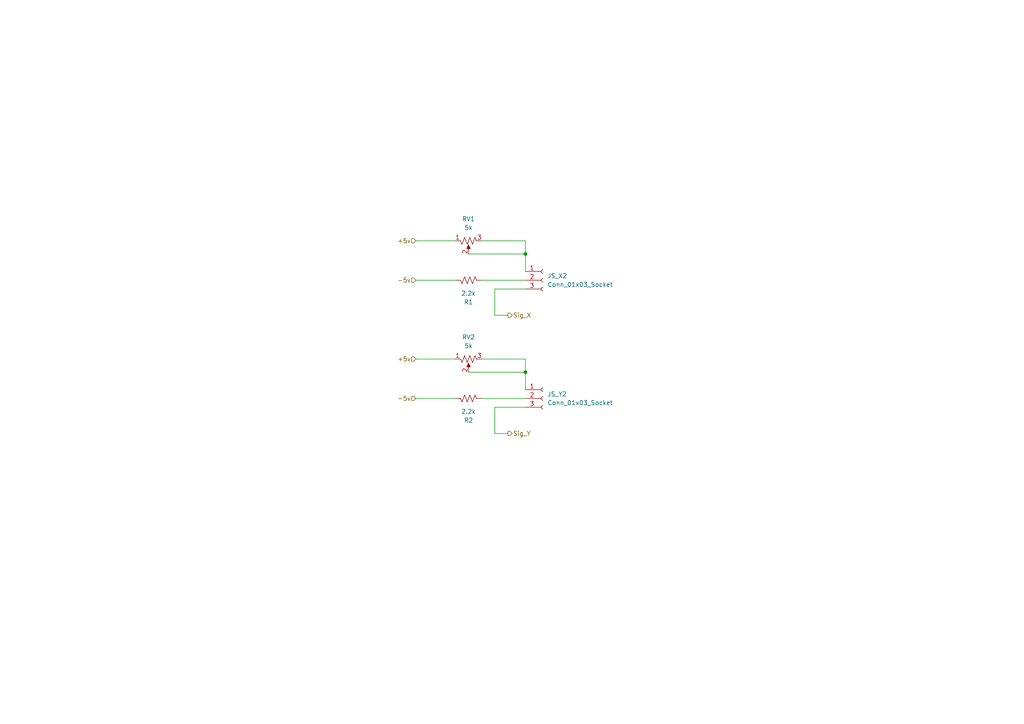
<source format=kicad_sch>
(kicad_sch (version 20231120) (generator "eeschema") (generator_version "8.0")
  (paper "A4")
  (title_block (title "Controller's Joystick") (date "2024-08-30") (rev "v1") (comment 1 "Author : Francis O. Houle"))
  (lib_symbols
    (symbol "Connector:Conn_01x03_Socket" (pin_names (offset 1.016) hide)
      (property "Reference" "J" (at 0 5.08 0))
      (property "Value" "Conn_01x03_Socket" (at 0 -5.08 0))
      (symbol "Conn_01x03_Socket_1_1"
        (arc (start 0 -2.032) (mid -0.5058 -2.54) (end 0 -3.048) (stroke (width 0.1524)))
        (polyline (pts (xy -1.27 -2.54) (xy -0.508 -2.54)) (stroke (width 0.1524)))
        (polyline (pts (xy -1.27 0) (xy -0.508 0)) (stroke (width 0.1524)))
        (polyline (pts (xy -1.27 2.54) (xy -0.508 2.54)) (stroke (width 0.1524)))
        (arc (start 0 0.508) (mid -0.5058 0) (end 0 -0.508) (stroke (width 0.1524)))
        (arc (start 0 3.048) (mid -0.5058 2.54) (end 0 2.032) (stroke (width 0.1524)))
        (pin passive line (at -5.08 2.54 0) (length 3.81) (name "Pin_1") (number "1"))
        (pin passive line (at -5.08 0 0) (length 3.81) (name "Pin_2") (number "2"))
        (pin passive line (at -5.08 -2.54 0) (length 3.81) (name "Pin_3") (number "3"))
      )
    )
    (symbol "Device:R_Potentiometer_US" (pin_names (offset 1.016) hide)
      (property "Reference" "RV" (at -4.445 0 90))
      (property "Value" "R_Potentiometer_US" (at -2.54 0 90))
      (symbol "R_Potentiometer_US_0_1"
        (polyline (pts (xy 0 -2.286) (xy 0 -2.54)))
        (polyline (pts (xy 0 2.54) (xy 0 2.286)))
        (polyline (pts (xy 2.54 0) (xy 1.524 0)))
        (polyline (pts (xy 1.143 0) (xy 2.286 0.508) (xy 2.286 -0.508) (xy 1.143 0)) (fill (type outline)))
        (polyline (pts (xy 0 -0.762) (xy 1.016 -1.143) (xy 0 -1.524) (xy -1.016 -1.905) (xy 0 -2.286)))
        (polyline (pts (xy 0 0.762) (xy 1.016 0.381) (xy 0 0) (xy -1.016 -0.381) (xy 0 -0.762)))
        (polyline (pts (xy 0 2.286) (xy 1.016 1.905) (xy 0 1.524) (xy -1.016 1.143) (xy 0 0.762)))
      )
      (symbol "R_Potentiometer_US_1_1"
        (pin passive line (at 0 3.81 270) (length 1.27) (name "1") (number "1"))
        (pin passive line (at 3.81 0 180) (length 1.27) (name "2") (number "2"))
        (pin passive line (at 0 -3.81 90) (length 1.27) (name "3") (number "3"))
      )
    )
    (symbol "Device:R_US" (pin_numbers hide) (pin_names (offset 0))
      (property "Reference" "R" (at 2.54 0 90))
      (property "Value" "R_US" (at -2.54 0 90))
      (symbol "R_US_0_1"
        (polyline (pts (xy 0 -2.286) (xy 0 -2.54)))
        (polyline (pts (xy 0 2.286) (xy 0 2.54)))
        (polyline (pts (xy 0 -0.762) (xy 1.016 -1.143) (xy 0 -1.524) (xy -1.016 -1.905) (xy 0 -2.286)))
        (polyline (pts (xy 0 0.762) (xy 1.016 0.381) (xy 0 0) (xy -1.016 -0.381) (xy 0 -0.762)))
        (polyline (pts (xy 0 2.286) (xy 1.016 1.905) (xy 0 1.524) (xy -1.016 1.143) (xy 0 0.762)))
      )
      (symbol "R_US_1_1"
        (pin passive line (at 0 3.81 270) (length 1.27) (name "~") (number "1"))
        (pin passive line (at 0 -3.81 90) (length 1.27) (name "~") (number "2"))
      )
    )
  )
  (junction (at 152.4 107.95))
  (junction (at 152.4 73.66))
  (wire (pts (xy 152.4 69.85) (xy 152.4 73.66)))
  (wire (pts (xy 152.4 104.14) (xy 152.4 107.95)))
  (wire (pts (xy 152.4 73.66) (xy 152.4 78.74)))
  (wire (pts (xy 152.4 83.82) (xy 143.51 83.82)))
  (wire (pts (xy 135.89 73.66) (xy 152.4 73.66)))
  (wire (pts (xy 139.7 69.85) (xy 152.4 69.85)))
  (wire (pts (xy 132.08 115.57) (xy 120.65 115.57)))
  (wire (pts (xy 139.7 81.28) (xy 152.4 81.28)))
  (wire (pts (xy 139.7 104.14) (xy 152.4 104.14)))
  (wire (pts (xy 135.89 107.95) (xy 152.4 107.95)))
  (wire (pts (xy 139.7 115.57) (xy 152.4 115.57)))
  (wire (pts (xy 143.51 91.44) (xy 147.32 91.44)))
  (wire (pts (xy 143.51 125.73) (xy 147.32 125.73)))
  (wire (pts (xy 143.51 118.11) (xy 143.51 125.73)))
  (wire (pts (xy 132.08 69.85) (xy 120.65 69.85)))
  (wire (pts (xy 132.08 104.14) (xy 120.65 104.14)))
  (wire (pts (xy 132.08 81.28) (xy 120.65 81.28)))
  (wire (pts (xy 143.51 83.82) (xy 143.51 91.44)))
  (wire (pts (xy 152.4 107.95) (xy 152.4 113.03)))
  (wire (pts (xy 152.4 118.11) (xy 143.51 118.11)))
  (hierarchical_label "-5v" (shape input) (at 120.65 81.28 180))
  (hierarchical_label "Sig_X" (shape output) (at 147.32 91.44 0))
  (hierarchical_label "+5v" (shape input) (at 120.65 104.14 180))
  (hierarchical_label "-5v" (shape input) (at 120.65 115.57 180))
  (hierarchical_label "+5v" (shape input) (at 120.65 69.85 180))
  (hierarchical_label "Sig_Y" (shape output) (at 147.32 125.73 0))
  (symbol (lib_id "Device:R_Potentiometer_US") (at 135.89 104.14 90) (mirror x) (unit 1)
    (property "Reference" "RV2" (at 135.89 97.79 90))
    (property "Value" "5k" (at 135.89 100.33 90))
    (property "Footprint" "Potentiometer_THT:Potentiometer_Bourns_3296W_Vertical" (effects (hide yes)))
    (property "Description" "Potentiometer, US symbol" (effects (hide yes)))
    (property "Sim.Device" "R" (effects (hide yes)))
    (property "Sim.Type" "POT" (effects (hide yes)))
    (property "Sim.Pins" "1=r0 2=wiper 3=r1" (effects (hide yes)))
    (property "Sim.Params" "r=5000" (effects (hide yes)))
  )
  (symbol (lib_id "Connector:Conn_01x03_Socket") (at 157.48 81.28 0) (unit 1)
    (property "Reference" "JS_X2" (at 158.75 80.0099 0) (effects (justify left)))
    (property "Value" "Conn_01x03_Socket" (at 158.75 82.5499 0) (effects (justify left)))
    (property "Footprint" "Connector_JST:JST_XH_B3B-XH-A_1x03_P2.50mm_Vertical" (effects (hide yes)))
    (property "Description" "Generic connector, single row, 01x03, script generated" (effects (hide yes)))
  )
  (symbol (lib_id "Device:R_Potentiometer_US") (at 135.89 69.85 90) (mirror x) (unit 1)
    (property "Reference" "RV1" (at 135.89 63.5 90))
    (property "Value" "5k" (at 135.89 66.04 90))
    (property "Footprint" "Potentiometer_THT:Potentiometer_Bourns_3296W_Vertical" (effects (hide yes)))
    (property "Description" "Potentiometer, US symbol" (effects (hide yes)))
    (property "Sim.Device" "R" (effects (hide yes)))
    (property "Sim.Type" "POT" (effects (hide yes)))
    (property "Sim.Pins" "1=r0 2=wiper 3=r1" (effects (hide yes)))
    (property "Sim.Params" "r=5000" (effects (hide yes)))
  )
  (symbol (lib_id "Device:R_US") (at 135.89 115.57 90) (mirror x) (unit 1)
    (property "Reference" "R2" (at 135.89 121.92 90))
    (property "Value" "2.2k" (at 135.89 119.38 90))
    (property "Footprint" "Resistor_THT:R_Axial_DIN0207_L6.3mm_D2.5mm_P10.16mm_Horizontal" (effects (hide yes)))
    (property "Description" "Resistor, US symbol" (effects (hide yes)))
  )
  (symbol (lib_id "Device:R_US") (at 135.89 81.28 90) (mirror x) (unit 1)
    (property "Reference" "R1" (at 135.89 87.63 90))
    (property "Value" "2.2k" (at 135.89 85.09 90))
    (property "Footprint" "Resistor_THT:R_Axial_DIN0207_L6.3mm_D2.5mm_P10.16mm_Horizontal" (effects (hide yes)))
    (property "Description" "Resistor, US symbol" (effects (hide yes)))
    (property "Sim.Device" "R" (effects (hide yes)))
    (property "Sim.Pins" "1=+ 2=-" (effects (hide yes)))
  )
  (symbol (lib_id "Connector:Conn_01x03_Socket") (at 157.48 115.57 0) (unit 1)
    (property "Reference" "JS_Y2" (at 158.75 114.2999 0) (effects (justify left)))
    (property "Value" "Conn_01x03_Socket" (at 158.75 116.8399 0) (effects (justify left)))
    (property "Footprint" "Connector_JST:JST_XH_B3B-XH-A_1x03_P2.50mm_Vertical" (effects (hide yes)))
    (property "Description" "Generic connector, single row, 01x03, script generated" (effects (hide yes)))
  )
)
</source>
